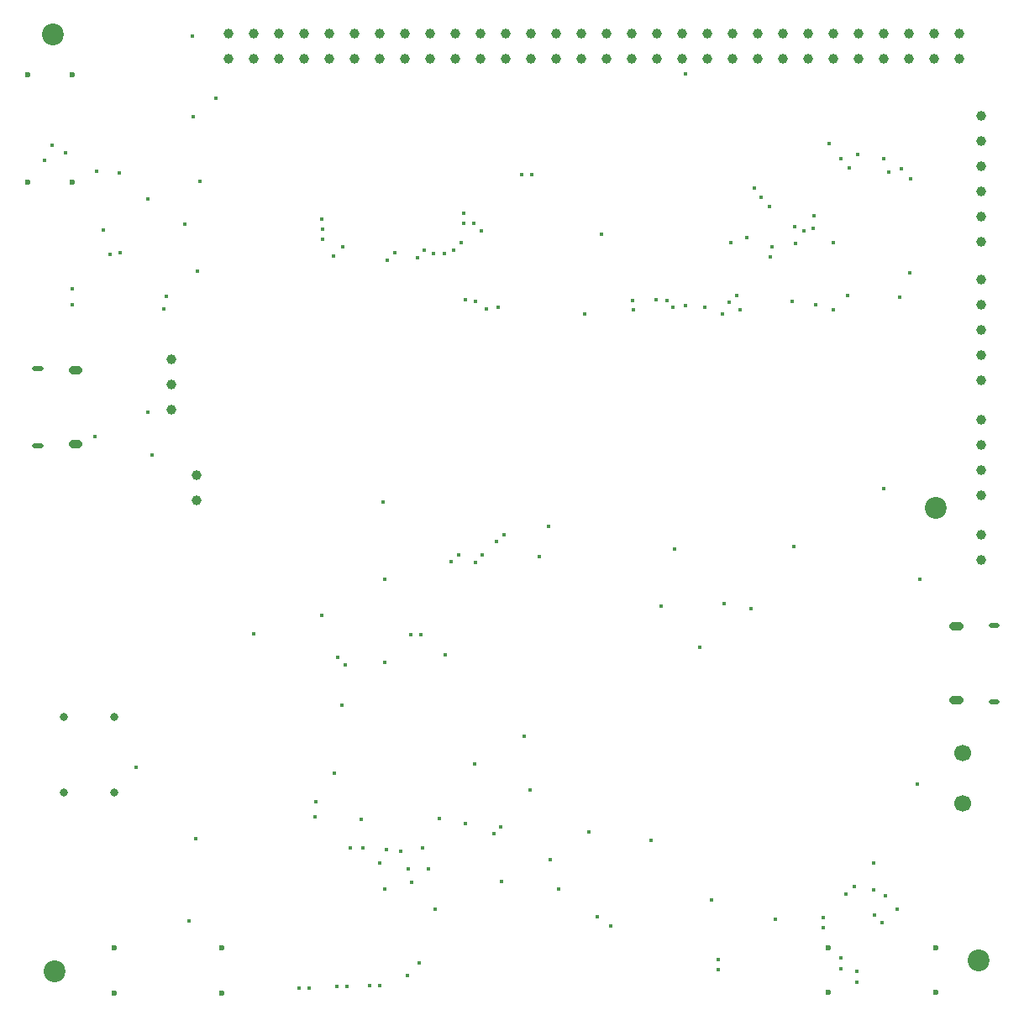
<source format=gbr>
%TF.GenerationSoftware,KiCad,Pcbnew,(5.0.1)-4*%
%TF.CreationDate,2019-03-02T12:31:38+00:00*%
%TF.ProjectId,camera module,63616D657261206D6F64756C652E6B69,rev?*%
%TF.SameCoordinates,Original*%
%TF.FileFunction,Plated,1,2,PTH,Mixed*%
%TF.FilePolarity,Positive*%
%FSLAX46Y46*%
G04 Gerber Fmt 4.6, Leading zero omitted, Abs format (unit mm)*
G04 Created by KiCad (PCBNEW (5.0.1)-4) date 02/03/2019 12:31:38*
%MOMM*%
%LPD*%
G01*
G04 APERTURE LIST*
%TA.AperFunction,ViaDrill*%
%ADD10C,0.400000*%
%TD*%
%TA.AperFunction,Slot*%
%ADD11C,0.550000*%
%TD*%
%TA.AperFunction,ComponentDrill*%
%ADD12C,0.600000*%
%TD*%
%TA.AperFunction,ComponentDrill*%
%ADD13C,0.812800*%
%TD*%
%TA.AperFunction,Slot*%
%ADD14C,0.850000*%
%TD*%
%TA.AperFunction,ComponentDrill*%
%ADD15C,1.000000*%
%TD*%
%TA.AperFunction,ComponentDrill*%
%ADD16C,1.700000*%
%TD*%
%TA.AperFunction,ComponentDrill*%
%ADD17C,2.200000*%
%TD*%
G04 APERTURE END LIST*
D10*
X50010000Y-51170000D03*
X50770000Y-49690000D03*
X52170000Y-50400000D03*
X52826831Y-64171034D03*
X52830000Y-65790000D03*
X55125000Y-79075000D03*
X55260000Y-52310000D03*
X55930000Y-58230000D03*
X56640000Y-60650000D03*
X57560000Y-52440000D03*
X57630000Y-60510000D03*
X59280000Y-112390000D03*
X60440000Y-55060000D03*
X60490000Y-76580000D03*
X60890000Y-80940000D03*
X62070000Y-66150000D03*
X62290000Y-64940000D03*
X64140000Y-57650000D03*
X64610000Y-127880000D03*
X64950000Y-38650000D03*
X65010000Y-46790000D03*
X65278000Y-119634000D03*
X65480000Y-62370000D03*
X65660000Y-53300000D03*
X67300000Y-44950000D03*
X71150000Y-98975000D03*
X75675000Y-134650000D03*
X76725000Y-134650000D03*
X77275000Y-117400000D03*
X77375000Y-115850000D03*
X78000000Y-97050000D03*
X78020000Y-57120000D03*
X78060000Y-58180000D03*
X78090000Y-59130000D03*
X79190000Y-60830000D03*
X79248000Y-113030000D03*
X79500000Y-134550000D03*
X79568768Y-101348768D03*
X79990000Y-106190000D03*
X80100000Y-59890000D03*
X80311232Y-102091232D03*
X80550000Y-134550000D03*
X80877810Y-120525000D03*
X81980000Y-117680000D03*
X82150001Y-120525000D03*
X82775000Y-134425000D03*
X83820000Y-122050000D03*
X83825000Y-134425000D03*
X84150000Y-85672167D03*
X84328000Y-101854000D03*
X84328000Y-124714000D03*
X84360000Y-93430000D03*
X84470000Y-120720000D03*
X84611545Y-61265878D03*
X85354009Y-60523414D03*
X85970000Y-120910000D03*
X86650000Y-133375000D03*
X86670000Y-122620000D03*
X86955000Y-99030000D03*
X87025000Y-124025000D03*
X87602442Y-60999748D03*
X87800000Y-132150000D03*
X88005000Y-99030000D03*
X88100010Y-120530000D03*
X88344906Y-60257284D03*
X88750010Y-122675000D03*
X89263073Y-60579364D03*
X89408000Y-126746000D03*
X89820000Y-117560000D03*
X90313073Y-60579364D03*
X90400000Y-101040000D03*
X91018768Y-91701232D03*
X91248768Y-60231232D03*
X91761232Y-90958768D03*
X91991232Y-59488768D03*
X92310000Y-56505000D03*
X92310000Y-57555000D03*
X92430000Y-118060000D03*
X92470000Y-65250000D03*
X93306070Y-57585156D03*
X93380000Y-112040000D03*
X93448768Y-91731232D03*
X93490000Y-65440000D03*
X94048534Y-58327620D03*
X94191232Y-90988768D03*
X94570000Y-66170000D03*
X95300000Y-119100000D03*
X95568768Y-89681232D03*
X95790000Y-66000000D03*
X96010000Y-118450000D03*
X96090000Y-123910000D03*
X96311232Y-88938768D03*
X98115000Y-52630000D03*
X98418058Y-109301942D03*
X98970000Y-114740000D03*
X99165000Y-52630000D03*
X99910000Y-91140000D03*
X100838000Y-88138000D03*
X100980000Y-121720000D03*
X101890000Y-124720000D03*
X104475000Y-66700000D03*
X104860000Y-118900000D03*
X105720000Y-127480000D03*
X106200000Y-58640000D03*
X107090000Y-128400000D03*
X109325000Y-65325000D03*
X109425000Y-66275000D03*
X111190000Y-119800000D03*
X111675000Y-65275000D03*
X112150000Y-96130000D03*
X112750000Y-65350000D03*
X113400000Y-66050000D03*
X113538000Y-90424000D03*
X114650000Y-42520000D03*
X114675000Y-65825000D03*
X116078000Y-100330000D03*
X116625000Y-66025000D03*
X117250000Y-125760000D03*
X117900000Y-131775000D03*
X117900000Y-132825000D03*
X118350000Y-66725000D03*
X118525000Y-95925000D03*
X119050000Y-65500000D03*
X119251942Y-59531942D03*
X119800000Y-64850000D03*
X120150000Y-66250000D03*
X120830000Y-58980000D03*
X121240000Y-96430000D03*
X121610000Y-53980000D03*
X122265000Y-54930000D03*
X123073000Y-55880000D03*
X123220000Y-60960000D03*
X123380000Y-59900000D03*
X123698000Y-127762000D03*
X125425000Y-65450000D03*
X125575000Y-90175000D03*
X125610000Y-57920000D03*
X125725000Y-59625000D03*
X126588026Y-58279141D03*
X127530000Y-58030000D03*
X127575000Y-56825000D03*
X127730000Y-65800000D03*
X128550000Y-127575000D03*
X128550000Y-128625000D03*
X129080000Y-49500000D03*
X129570000Y-59510000D03*
X129570000Y-66270000D03*
X130302000Y-51054000D03*
X130330869Y-131675000D03*
X130330869Y-132725000D03*
X130800000Y-125175000D03*
X131000000Y-64800000D03*
X131175000Y-51930000D03*
X131690000Y-124460000D03*
X131950000Y-133025000D03*
X131950000Y-134075000D03*
X131960000Y-50640000D03*
X133600000Y-124820000D03*
X133610000Y-122110000D03*
X133678768Y-127303768D03*
X134421232Y-128046232D03*
X134620000Y-84328000D03*
X134645000Y-51060000D03*
X134750000Y-125350000D03*
X135139778Y-52394107D03*
X135950000Y-126700000D03*
X136270000Y-65030000D03*
X136430000Y-52070000D03*
X137280000Y-62550000D03*
X137320000Y-53060000D03*
X137990000Y-114130000D03*
X138280000Y-93460000D03*
D11*
%TO.C,J2*%
X145428841Y-98079946D02*
X146078841Y-98079946D01*
X145428841Y-105829946D02*
X146078841Y-105829946D01*
%TO.C,J17*%
X49675000Y-72225000D02*
X49025000Y-72225000D01*
X49675000Y-79975000D02*
X49025000Y-79975000D01*
D12*
%TO.C,J9*%
X129050000Y-130600000D03*
X129050000Y-135100000D03*
X139900000Y-130600000D03*
X139900000Y-135100000D03*
%TO.C,J8*%
X48310000Y-42555000D03*
X48310000Y-53405000D03*
X52810000Y-42555000D03*
X52810000Y-53405000D03*
%TO.C,J5*%
X57025000Y-130650000D03*
X57025000Y-135150000D03*
X67875000Y-130650000D03*
X67875000Y-135150000D03*
D13*
%TO.C,SW1*%
X51945000Y-107305000D03*
X51945000Y-114925000D03*
X57025000Y-107305000D03*
X57025000Y-114925000D03*
D14*
%TO.C,J2*%
X141678841Y-98229946D02*
X142228841Y-98229946D01*
X141678841Y-105679946D02*
X142228841Y-105679946D01*
%TO.C,J17*%
X53425000Y-72375000D02*
X52875000Y-72375000D01*
X53425000Y-79825000D02*
X52875000Y-79825000D01*
D15*
%TO.C,J10*%
X144450000Y-77355000D03*
X144450000Y-79895000D03*
X144450000Y-82435000D03*
X144450000Y-84975000D03*
%TO.C,J13*%
X65400000Y-82925000D03*
X65400000Y-85465000D03*
%TO.C,J11*%
X144475000Y-63245000D03*
X144475000Y-65785000D03*
X144475000Y-68325000D03*
X144475000Y-70865000D03*
X144475000Y-73405000D03*
%TO.C,J15*%
X68605000Y-38385000D03*
X68605000Y-40925000D03*
X71145000Y-38385000D03*
X71145000Y-40925000D03*
X73685000Y-38385000D03*
X73685000Y-40925000D03*
X76225000Y-38385000D03*
X76225000Y-40925000D03*
X78765000Y-38385000D03*
X78765000Y-40925000D03*
X81305000Y-38385000D03*
X81305000Y-40925000D03*
X83845000Y-38385000D03*
X83845000Y-40925000D03*
X86385000Y-38385000D03*
X86385000Y-40925000D03*
X88925000Y-38385000D03*
X88925000Y-40925000D03*
X91465000Y-38385000D03*
X91465000Y-40925000D03*
X94005000Y-38385000D03*
X94005000Y-40925000D03*
X96545000Y-38385000D03*
X96545000Y-40925000D03*
X99085000Y-38385000D03*
X99085000Y-40925000D03*
X101625000Y-38385000D03*
X101625000Y-40925000D03*
X104165000Y-38385000D03*
X104165000Y-40925000D03*
X106705000Y-38385000D03*
X106705000Y-40925000D03*
X109245000Y-38385000D03*
X109245000Y-40925000D03*
X111785000Y-38385000D03*
X111785000Y-40925000D03*
X114325000Y-38385000D03*
X114325000Y-40925000D03*
X116865000Y-38385000D03*
X116865000Y-40925000D03*
X119405000Y-38385000D03*
X119405000Y-40925000D03*
X121945000Y-38385000D03*
X121945000Y-40925000D03*
X124485000Y-38385000D03*
X124485000Y-40925000D03*
X127025000Y-38385000D03*
X127025000Y-40925000D03*
X129565000Y-38385000D03*
X129565000Y-40925000D03*
X132105000Y-38385000D03*
X132105000Y-40925000D03*
X134645000Y-38385000D03*
X134645000Y-40925000D03*
X137185000Y-38385000D03*
X137185000Y-40925000D03*
X139725000Y-38385000D03*
X139725000Y-40925000D03*
X142265000Y-38385000D03*
X142265000Y-40925000D03*
%TO.C,J18*%
X62850000Y-71310000D03*
X62850000Y-73850000D03*
X62850000Y-76390000D03*
%TO.C,J12*%
X144450000Y-46750000D03*
X144450000Y-49290000D03*
X144450000Y-51830000D03*
X144450000Y-54370000D03*
X144450000Y-56910000D03*
X144450000Y-59450000D03*
%TO.C,J7*%
X144480000Y-88970000D03*
X144480000Y-91510000D03*
D16*
%TO.C,J1*%
X142550000Y-110970000D03*
X142550000Y-116050000D03*
D17*
%TO.C,H2*%
X51020000Y-132990000D03*
%TO.C,H1*%
X50870000Y-38530000D03*
%TO.C,H4*%
X144180000Y-131860000D03*
%TO.C,H3*%
X139840000Y-86240000D03*
M02*

</source>
